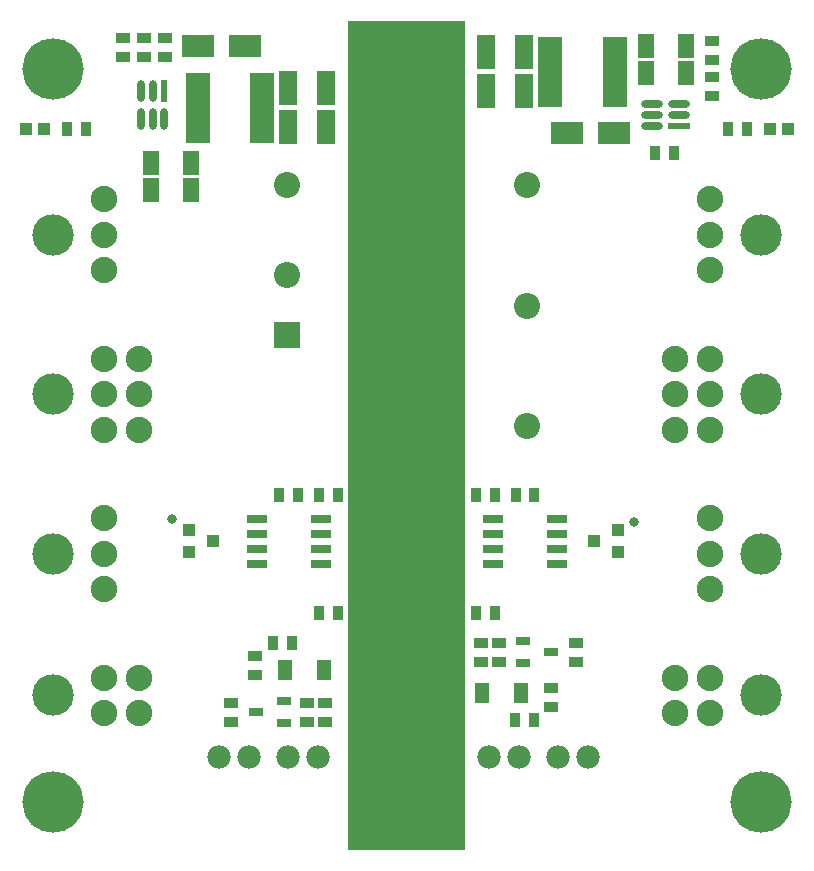
<source format=gts>
G04*
G04 #@! TF.GenerationSoftware,Altium Limited,Altium Designer,20.1.12 (249)*
G04*
G04 Layer_Color=8388736*
%FSLAX25Y25*%
%MOIN*%
G70*
G04*
G04 #@! TF.SameCoordinates,187957CB-44C1-49C2-83CB-A2E739709334*
G04*
G04*
G04 #@! TF.FilePolarity,Negative*
G04*
G01*
G75*
%ADD14R,0.04343X0.03950*%
%ADD15R,0.06902X0.03162*%
%ADD16R,0.03800X0.04800*%
%ADD17R,0.04800X0.06800*%
%ADD18R,0.04800X0.03800*%
%ADD19R,0.04737X0.03162*%
%ADD20R,0.05500X0.07900*%
%ADD21R,0.07301X0.02410*%
G04:AMPARAMS|DCode=22|XSize=73.01mil|YSize=24.1mil|CornerRadius=12.05mil|HoleSize=0mil|Usage=FLASHONLY|Rotation=180.000|XOffset=0mil|YOffset=0mil|HoleType=Round|Shape=RoundedRectangle|*
%AMROUNDEDRECTD22*
21,1,0.07301,0.00000,0,0,180.0*
21,1,0.04891,0.02410,0,0,180.0*
1,1,0.02410,-0.02445,0.00000*
1,1,0.02410,0.02445,0.00000*
1,1,0.02410,0.02445,0.00000*
1,1,0.02410,-0.02445,0.00000*
%
%ADD22ROUNDEDRECTD22*%
%ADD23R,0.04300X0.04300*%
%ADD24R,0.07887X0.23241*%
%ADD25R,0.10642X0.07493*%
%ADD26R,0.05918X0.11824*%
%ADD27R,0.02410X0.07301*%
G04:AMPARAMS|DCode=28|XSize=73.01mil|YSize=24.1mil|CornerRadius=12.05mil|HoleSize=0mil|Usage=FLASHONLY|Rotation=270.000|XOffset=0mil|YOffset=0mil|HoleType=Round|Shape=RoundedRectangle|*
%AMROUNDEDRECTD28*
21,1,0.07301,0.00000,0,0,270.0*
21,1,0.04891,0.02410,0,0,270.0*
1,1,0.02410,0.00000,-0.02445*
1,1,0.02410,0.00000,0.02445*
1,1,0.02410,0.00000,0.02445*
1,1,0.02410,0.00000,-0.02445*
%
%ADD28ROUNDEDRECTD28*%
%ADD29C,0.07800*%
%ADD30C,0.08674*%
%ADD31R,0.08674X0.08674*%
%ADD32C,0.13811*%
%ADD33C,0.08800*%
%ADD34C,0.20472*%
%ADD35C,0.03162*%
G36*
X413000Y192500D02*
X374000D01*
X374000Y469000D01*
X413000D01*
X413000Y192500D01*
D02*
G37*
D14*
X328937Y295500D02*
D03*
X321063Y299240D02*
D03*
Y291760D02*
D03*
X456063Y295500D02*
D03*
X463937Y291760D02*
D03*
Y299240D02*
D03*
D15*
X383069Y263405D02*
D03*
Y258405D02*
D03*
Y253405D02*
D03*
Y248406D02*
D03*
X404329Y263405D02*
D03*
Y258405D02*
D03*
Y253405D02*
D03*
Y248406D02*
D03*
X443703Y287769D02*
D03*
Y292769D02*
D03*
Y297769D02*
D03*
Y302769D02*
D03*
X422443Y287769D02*
D03*
Y292769D02*
D03*
Y297769D02*
D03*
Y302769D02*
D03*
X383069Y302776D02*
D03*
Y297776D02*
D03*
Y292776D02*
D03*
Y287776D02*
D03*
X404329Y302776D02*
D03*
Y297776D02*
D03*
Y292776D02*
D03*
Y287776D02*
D03*
X343699Y302783D02*
D03*
Y297782D02*
D03*
Y292782D02*
D03*
Y287783D02*
D03*
X364959Y302783D02*
D03*
Y297782D02*
D03*
Y292782D02*
D03*
Y287783D02*
D03*
D16*
X355253Y261533D02*
D03*
X349005D02*
D03*
X429763Y235951D02*
D03*
X436010D02*
D03*
X416876Y271654D02*
D03*
X423124D02*
D03*
X429947Y311024D02*
D03*
X436195D02*
D03*
X416876Y311000D02*
D03*
X423124D02*
D03*
X364376Y271654D02*
D03*
X370624D02*
D03*
X364376Y311000D02*
D03*
X370624D02*
D03*
X357454Y311024D02*
D03*
X351207D02*
D03*
X507061Y433071D02*
D03*
X500813D02*
D03*
X476376Y425000D02*
D03*
X482624D02*
D03*
X280341Y433071D02*
D03*
X286588D02*
D03*
D17*
X366129Y252533D02*
D03*
X353129D02*
D03*
X418887Y244951D02*
D03*
X431887D02*
D03*
D18*
X343129Y257157D02*
D03*
Y250910D02*
D03*
X366516Y235392D02*
D03*
Y241639D02*
D03*
X360516D02*
D03*
Y235392D02*
D03*
X335016D02*
D03*
Y241639D02*
D03*
X441887Y246574D02*
D03*
Y240327D02*
D03*
X450000Y255376D02*
D03*
Y261624D02*
D03*
X418500Y255376D02*
D03*
Y261624D02*
D03*
X424500Y255376D02*
D03*
Y261624D02*
D03*
X495500Y455876D02*
D03*
Y462124D02*
D03*
Y443876D02*
D03*
Y450124D02*
D03*
X313000Y463124D02*
D03*
Y456876D02*
D03*
X306000D02*
D03*
Y463124D02*
D03*
X299000Y456876D02*
D03*
Y463124D02*
D03*
D19*
X352740Y234776D02*
D03*
Y242256D02*
D03*
X343291Y238516D02*
D03*
X432276Y262240D02*
D03*
Y254760D02*
D03*
X441724Y258500D02*
D03*
D20*
X473392Y460500D02*
D03*
X486608D02*
D03*
X473392Y451500D02*
D03*
X486608D02*
D03*
X308392Y421500D02*
D03*
X321608D02*
D03*
X308392Y412500D02*
D03*
X321608D02*
D03*
D21*
X484473Y433825D02*
D03*
D22*
Y437565D02*
D03*
Y441305D02*
D03*
X475416D02*
D03*
Y437565D02*
D03*
Y433825D02*
D03*
D23*
X514716Y433071D02*
D03*
X520716D02*
D03*
X272685D02*
D03*
X266685D02*
D03*
D24*
X463000Y452000D02*
D03*
X441500D02*
D03*
X324000Y440000D02*
D03*
X345500D02*
D03*
D25*
X447126Y431500D02*
D03*
X462874D02*
D03*
X339874Y460500D02*
D03*
X324126D02*
D03*
D26*
X432899Y458500D02*
D03*
X420101D02*
D03*
X432899Y445500D02*
D03*
X420101D02*
D03*
X354101Y446500D02*
D03*
X366899D02*
D03*
X354101Y433500D02*
D03*
X366899D02*
D03*
D27*
X312675Y445473D02*
D03*
D28*
X308935D02*
D03*
X305195D02*
D03*
Y436416D02*
D03*
X308935D02*
D03*
X312675D02*
D03*
D29*
X354016Y223677D02*
D03*
X364016D02*
D03*
X341016D02*
D03*
X331016D02*
D03*
X444000Y223661D02*
D03*
X454000D02*
D03*
X431000D02*
D03*
X421000D02*
D03*
D30*
X353740Y414173D02*
D03*
X433661D02*
D03*
Y374016D02*
D03*
Y333858D02*
D03*
X353740Y384252D02*
D03*
D31*
Y364173D02*
D03*
D32*
X275590Y291339D02*
D03*
Y344488D02*
D03*
X511811Y397638D02*
D03*
X275590D02*
D03*
X511811Y344488D02*
D03*
Y291339D02*
D03*
Y244094D02*
D03*
X275590D02*
D03*
D33*
X292598Y279528D02*
D03*
Y291339D02*
D03*
Y303150D02*
D03*
X292590Y356299D02*
D03*
X304410D02*
D03*
Y344488D02*
D03*
Y332677D02*
D03*
X292590Y344488D02*
D03*
Y332677D02*
D03*
X494803Y385827D02*
D03*
Y397638D02*
D03*
Y409449D02*
D03*
X292598D02*
D03*
Y397638D02*
D03*
Y385827D02*
D03*
X494811Y356299D02*
D03*
Y344488D02*
D03*
X482992Y356299D02*
D03*
Y344488D02*
D03*
Y332677D02*
D03*
X494811D02*
D03*
X494803Y279528D02*
D03*
Y291339D02*
D03*
Y303150D02*
D03*
X494811Y250000D02*
D03*
Y238189D02*
D03*
X482992Y250000D02*
D03*
Y238189D02*
D03*
X292590D02*
D03*
Y250000D02*
D03*
X304410Y238189D02*
D03*
Y250000D02*
D03*
D34*
X275590Y452756D02*
D03*
X511811D02*
D03*
X275590Y208661D02*
D03*
X511811D02*
D03*
D35*
X469500Y302000D02*
D03*
X315500Y303000D02*
D03*
M02*

</source>
